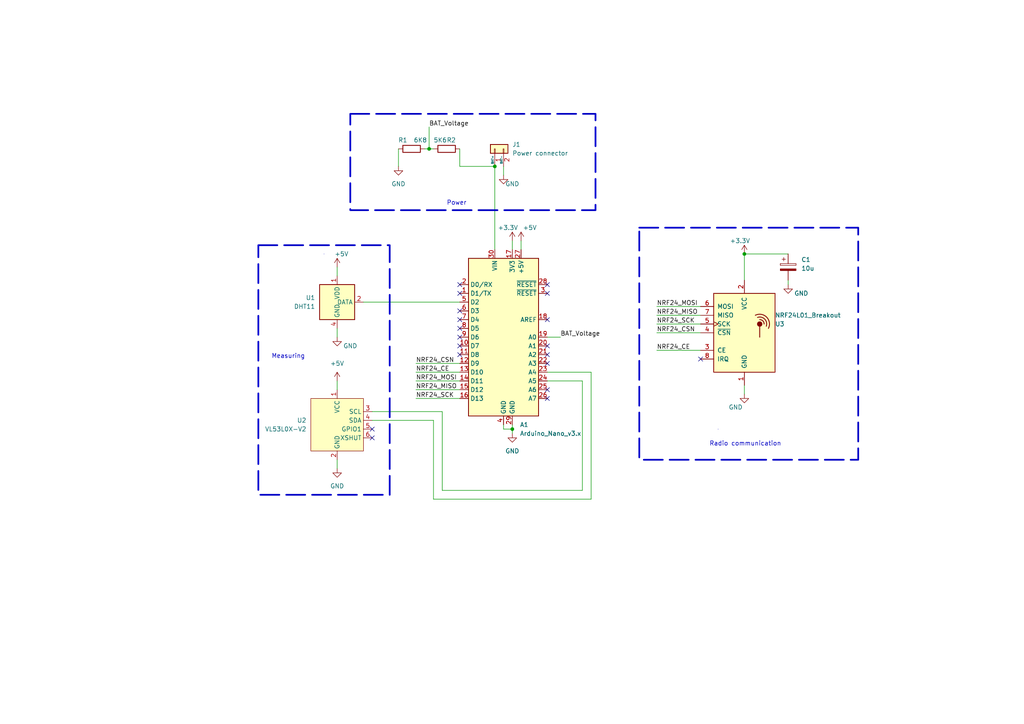
<source format=kicad_sch>
(kicad_sch (version 20230121) (generator eeschema)
  (paper "A4")
  (title_block (title "OutsideModule_Schematic") (date "2024-01-21") (rev "1"))
  (lib_symbols
    (symbol "Connector_Generic:Conn_01x02" (pin_names (offset 0))
      (property "Reference" "J1" (at 1.27 -5.08 90))
      (property "Value" "Power connector" (at -1.27 -5.08 90))
      (symbol "Conn_01x02_1_1"
        (rectangle (start -1.27 -2.413) (end 0 -2.667) (stroke (width 0.1524)))
        (rectangle (start -1.27 0.127) (end 0 -0.127) (stroke (width 0.1524)))
        (rectangle (start -1.27 1.27) (end 1.27 -3.81) (stroke (width 0.254)) (fill (type background)))
        (pin power_out line (at -5.08 0 0) (length 3.81) (name "BAT+") (number "1"))
        (pin power_out line (at -5.08 -2.54 0) (length 3.81) (name "BAT-") (number "2"))
      )
    )
    (symbol "CustomSensors:VL53L0X-V2"
      (property "Reference" "U?" (at -5.08 0 0))
      (property "Value" "VL53L0X-V2" (at -13.97 0 0))
      (symbol "VL53L0X-V2_1_1"
        (rectangle (start -7.62 7.62) (end 7.62 -7.62) (fill (type background)))
        (pin power_in line (at 0 10.16 270) (length 2.54) (name "VCC") (number "1"))
        (pin power_in line (at 0 -10.16 90) (length 2.54) (name "GND") (number "2"))
        (pin bidirectional line (at 10.16 3.81 180) (length 2.54) (name "SCL") (number "3"))
        (pin bidirectional line (at 10.16 1.27 180) (length 2.54) (name "SDA") (number "4"))
        (pin bidirectional line (at 10.16 -1.27 180) (length 2.54) (name "GPIO1") (number "5"))
        (pin bidirectional line (at 10.16 -3.81 180) (length 2.54) (name "XSHUT") (number "6"))
      )
    )
    (symbol "Device:C_Polarized" (pin_numbers hide) (pin_names (offset 0.254))
      (property "Reference" "C" (at 0.635 2.54 0))
      (property "Value" "C_Polarized" (at 0.635 -2.54 0))
      (symbol "C_Polarized_0_1"
        (rectangle (start -2.286 0.508) (end 2.286 1.016))
        (polyline (pts (xy -1.778 2.286) (xy -0.762 2.286)))
        (polyline (pts (xy -1.27 2.794) (xy -1.27 1.778)))
        (rectangle (start 2.286 -0.508) (end -2.286 -1.016) (fill (type outline)))
      )
      (symbol "C_Polarized_1_1"
        (pin passive line (at 0 3.81 270) (length 2.794) (name "~") (number "1"))
        (pin passive line (at 0 -3.81 90) (length 2.794) (name "~") (number "2"))
      )
    )
    (symbol "Device:R" (pin_numbers hide) (pin_names (offset 0))
      (property "Reference" "R" (at 2.032 0 90))
      (property "Value" "R" (at 0 0 90))
      (symbol "R_0_1"
        (rectangle (start -1.016 -2.54) (end 1.016 2.54) (stroke (width 0.254)))
      )
      (symbol "R_1_1"
        (pin passive line (at 0 3.81 270) (length 1.27) (name "~") (number "1"))
        (pin passive line (at 0 -3.81 90) (length 1.27) (name "~") (number "2"))
      )
    )
    (symbol "MCU_Module:Arduino_Nano_v3.x"
      (property "Reference" "A" (at -10.16 23.495 0))
      (property "Value" "Arduino_Nano_v3.x" (at 5.08 -24.13 0))
      (symbol "Arduino_Nano_v3.x_0_1"
        (rectangle (start -10.16 22.86) (end 10.16 -22.86) (stroke (width 0.254)) (fill (type background)))
      )
      (symbol "Arduino_Nano_v3.x_1_1"
        (pin bidirectional line (at -12.7 12.7 0) (length 2.54) (name "D1/TX") (number "1"))
        (pin bidirectional line (at -12.7 -2.54 0) (length 2.54) (name "D7") (number "10"))
        (pin bidirectional line (at -12.7 -5.08 0) (length 2.54) (name "D8") (number "11"))
        (pin bidirectional line (at -12.7 -7.62 0) (length 2.54) (name "D9") (number "12"))
        (pin bidirectional line (at -12.7 -10.16 0) (length 2.54) (name "D10") (number "13"))
        (pin bidirectional line (at -12.7 -12.7 0) (length 2.54) (name "D11") (number "14"))
        (pin bidirectional line (at -12.7 -15.24 0) (length 2.54) (name "D12") (number "15"))
        (pin bidirectional line (at -12.7 -17.78 0) (length 2.54) (name "D13") (number "16"))
        (pin power_out line (at 2.54 25.4 270) (length 2.54) (name "3V3") (number "17"))
        (pin input line (at 12.7 5.08 180) (length 2.54) (name "AREF") (number "18"))
        (pin bidirectional line (at 12.7 0 180) (length 2.54) (name "A0") (number "19"))
        (pin bidirectional line (at -12.7 15.24 0) (length 2.54) (name "D0/RX") (number "2"))
        (pin bidirectional line (at 12.7 -2.54 180) (length 2.54) (name "A1") (number "20"))
        (pin bidirectional line (at 12.7 -5.08 180) (length 2.54) (name "A2") (number "21"))
        (pin bidirectional line (at 12.7 -7.62 180) (length 2.54) (name "A3") (number "22"))
        (pin bidirectional line (at 12.7 -10.16 180) (length 2.54) (name "A4") (number "23"))
        (pin bidirectional line (at 12.7 -12.7 180) (length 2.54) (name "A5") (number "24"))
        (pin bidirectional line (at 12.7 -15.24 180) (length 2.54) (name "A6") (number "25"))
        (pin bidirectional line (at 12.7 -17.78 180) (length 2.54) (name "A7") (number "26"))
        (pin power_out line (at 5.08 25.4 270) (length 2.54) (name "+5V") (number "27"))
        (pin input line (at 12.7 15.24 180) (length 2.54) (name "~{RESET}") (number "28"))
        (pin power_in line (at 2.54 -25.4 90) (length 2.54) (name "GND") (number "29"))
        (pin input line (at 12.7 12.7 180) (length 2.54) (name "~{RESET}") (number "3"))
        (pin power_in line (at -2.54 25.4 270) (length 2.54) (name "VIN") (number "30"))
        (pin power_in line (at 0 -25.4 90) (length 2.54) (name "GND") (number "4"))
        (pin bidirectional line (at -12.7 10.16 0) (length 2.54) (name "D2") (number "5"))
        (pin bidirectional line (at -12.7 7.62 0) (length 2.54) (name "D3") (number "6"))
        (pin bidirectional line (at -12.7 5.08 0) (length 2.54) (name "D4") (number "7"))
        (pin bidirectional line (at -12.7 2.54 0) (length 2.54) (name "D5") (number "8"))
        (pin bidirectional line (at -12.7 0 0) (length 2.54) (name "D6") (number "9"))
      )
    )
    (symbol "RF:NRF24L01_Breakout" (pin_names (offset 1.016))
      (property "Reference" "U" (at -8.89 12.7 0))
      (property "Value" "NRF24L01_Breakout" (at 3.81 12.7 0))
      (symbol "NRF24L01_Breakout_0_1"
        (rectangle (start -8.89 11.43) (end 8.89 -11.43) (stroke (width 0.254)) (fill (type background)))
        (polyline (pts (xy 4.445 1.905) (xy 4.445 -1.27)) (stroke (width 0.254)))
        (circle (center 4.445 2.54) (radius 0.635) (stroke (width 0.254)) (fill (type outline)))
        (arc (start 5.715 2.54) (mid 5.3521 3.4546) (end 4.445 3.81) (stroke (width 0.254)))
        (arc (start 6.35 1.905) (mid 5.8763 3.9854) (end 3.81 4.445) (stroke (width 0.254)))
        (arc (start 6.985 1.27) (mid 6.453 4.548) (end 3.175 5.08) (stroke (width 0.254)))
      )
      (symbol "NRF24L01_Breakout_1_1"
        (pin power_in line (at 0 -15.24 90) (length 3.81) (name "GND") (number "1"))
        (pin power_in line (at 0 15.24 270) (length 3.81) (name "VCC") (number "2"))
        (pin input line (at -12.7 -5.08 0) (length 3.81) (name "CE") (number "3"))
        (pin input line (at -12.7 0 0) (length 3.81) (name "~{CSN}") (number "4"))
        (pin input clock (at -12.7 2.54 0) (length 3.81) (name "SCK") (number "5"))
        (pin input line (at -12.7 7.62 0) (length 3.81) (name "MOSI") (number "6"))
        (pin output line (at -12.7 5.08 0) (length 3.81) (name "MISO") (number "7"))
        (pin output line (at -12.7 -7.62 0) (length 3.81) (name "IRQ") (number "8"))
      )
    )
    (symbol "Sensor:DHT11"
      (property "Reference" "U" (at -3.81 6.35 0))
      (property "Value" "DHT11" (at 3.81 6.35 0))
      (symbol "DHT11_0_1"
        (rectangle (start -5.08 5.08) (end 5.08 -5.08) (stroke (width 0.254)) (fill (type background)))
      )
      (symbol "DHT11_1_1"
        (pin power_in line (at 0 7.62 270) (length 2.54) (name "VDD") (number "1"))
        (pin bidirectional line (at 7.62 0 180) (length 2.54) (name "DATA") (number "2"))
        (pin no_connect line (at -5.08 0 0) (length 2.54) hide (name "NC") (number "3"))
        (pin power_in line (at 0 -7.62 90) (length 2.54) (name "GND") (number "4"))
      )
    )
    (symbol "power:+3.3V" (power) (pin_names (offset 0))
      (property "Value" "+3.3V" (at 0 3.556 0))
      (symbol "+3.3V_0_1"
        (polyline (pts (xy -0.762 1.27) (xy 0 2.54)))
        (polyline (pts (xy 0 0) (xy 0 2.54)))
        (polyline (pts (xy 0 2.54) (xy 0.762 1.27)))
      )
      (symbol "+3.3V_1_1"
        (pin power_in line (at 0 0 90) (length 0) hide (name "+3.3V") (number "1"))
      )
    )
    (symbol "power:+5V" (power) (pin_names (offset 0))
      (property "Value" "+5V" (at 0 3.556 0))
      (symbol "+5V_0_1"
        (polyline (pts (xy -0.762 1.27) (xy 0 2.54)))
        (polyline (pts (xy 0 0) (xy 0 2.54)))
        (polyline (pts (xy 0 2.54) (xy 0.762 1.27)))
      )
      (symbol "+5V_1_1"
        (pin power_in line (at 0 0 90) (length 0) hide (name "+5V") (number "1"))
      )
    )
    (symbol "power:GND" (power) (pin_names (offset 0))
      (property "Value" "GND" (at 0 -3.81 0))
      (symbol "GND_0_1"
        (polyline (pts (xy 0 0) (xy 0 -1.27) (xy 1.27 -1.27) (xy 0 -2.54) (xy -1.27 -1.27) (xy 0 -1.27)))
      )
      (symbol "GND_1_1"
        (pin power_in line (at 0 0 270) (length 0) hide (name "GND") (number "1"))
      )
    )
  )
  (junction (at 215.9 73.66))
  (junction (at 124.46 43.18))
  (junction (at 143.51 48.26))
  (junction (at 148.59 124.46))
  (no_connect (at 107.95 124.46))
  (no_connect (at 107.95 127))
  (no_connect (at 133.35 90.17))
  (no_connect (at 133.35 100.33))
  (no_connect (at 133.35 85.09))
  (no_connect (at 158.75 102.87))
  (no_connect (at 158.75 105.41))
  (no_connect (at 158.75 82.55))
  (no_connect (at 158.75 115.57))
  (no_connect (at 158.75 92.71))
  (no_connect (at 133.35 82.55))
  (no_connect (at 158.75 100.33))
  (no_connect (at 158.75 113.03))
  (no_connect (at 133.35 95.25))
  (no_connect (at 203.2 104.14))
  (no_connect (at 158.75 85.09))
  (no_connect (at 133.35 97.79))
  (no_connect (at 133.35 102.87))
  (no_connect (at 133.35 92.71))
  (wire (pts (xy 190.5 88.9) (xy 203.2 88.9)))
  (wire (pts (xy 171.45 107.95) (xy 158.75 107.95)))
  (wire (pts (xy 215.9 111.76) (xy 215.9 114.3)))
  (wire (pts (xy 128.27 142.24) (xy 168.91 142.24)))
  (wire (pts (xy 146.05 50.8) (xy 146.05 48.26)))
  (wire (pts (xy 125.73 144.78) (xy 171.45 144.78)))
  (wire (pts (xy 190.5 101.6) (xy 203.2 101.6)))
  (wire (pts (xy 97.79 77.47) (xy 97.79 80.01)))
  (wire (pts (xy 120.65 115.57) (xy 133.35 115.57)))
  (wire (pts (xy 120.65 107.95) (xy 133.35 107.95)))
  (wire (pts (xy 133.35 48.26) (xy 133.35 43.18)))
  (wire (pts (xy 107.95 119.38) (xy 128.27 119.38)))
  (wire (pts (xy 107.95 121.92) (xy 125.73 121.92)))
  (wire (pts (xy 228.6 82.55) (xy 228.6 81.28)))
  (wire (pts (xy 190.5 93.98) (xy 203.2 93.98)))
  (wire (pts (xy 143.51 48.26) (xy 143.51 72.39)))
  (wire (pts (xy 190.5 96.52) (xy 203.2 96.52)))
  (wire (pts (xy 115.57 43.18) (xy 115.57 48.26)))
  (wire (pts (xy 120.65 113.03) (xy 133.35 113.03)))
  (wire (pts (xy 105.41 87.63) (xy 133.35 87.63)))
  (wire (pts (xy 120.65 110.49) (xy 133.35 110.49)))
  (wire (pts (xy 97.79 110.49) (xy 97.79 113.03)))
  (wire (pts (xy 168.91 110.49) (xy 158.75 110.49)))
  (wire (pts (xy 215.9 73.66) (xy 228.6 73.66)))
  (wire (pts (xy 97.79 135.89) (xy 97.79 133.35)))
  (wire (pts (xy 146.05 123.19) (xy 146.05 124.46)))
  (wire (pts (xy 171.45 144.78) (xy 171.45 107.95)))
  (wire (pts (xy 120.65 105.41) (xy 133.35 105.41)))
  (wire (pts (xy 148.59 124.46) (xy 148.59 125.73)))
  (wire (pts (xy 190.5 91.44) (xy 203.2 91.44)))
  (wire (pts (xy 124.46 43.18) (xy 125.73 43.18)))
  (wire (pts (xy 215.9 73.66) (xy 215.9 81.28)))
  (wire (pts (xy 148.59 123.19) (xy 148.59 124.46)))
  (wire (pts (xy 124.46 36.83) (xy 124.46 43.18)))
  (wire (pts (xy 158.75 97.79) (xy 162.56 97.79)))
  (wire (pts (xy 97.79 97.79) (xy 97.79 95.25)))
  (wire (pts (xy 168.91 142.24) (xy 168.91 110.49)))
  (wire (pts (xy 143.51 48.26) (xy 133.35 48.26)))
  (wire (pts (xy 128.27 119.38) (xy 128.27 142.24)))
  (wire (pts (xy 148.59 124.46) (xy 146.05 124.46)))
  (wire (pts (xy 123.19 43.18) (xy 124.46 43.18)))
  (wire (pts (xy 151.13 69.85) (xy 151.13 72.39)))
  (wire (pts (xy 125.73 121.92) (xy 125.73 144.78)))
  (wire (pts (xy 148.59 69.85) (xy 148.59 72.39)))
  (rectangle (start 101.6 33.02) (end 172.72 60.96) (stroke (width 0.5) (type dash)))
  (rectangle (start 93.98 73.66) (end 93.98 73.66))
  (rectangle (start 208.28 124.46) (end 208.28 124.46))
  (rectangle (start 74.93 71.12) (end 113.03 143.51) (stroke (width 0.5) (type dash)))
  (rectangle (start 185.42 66.04) (end 248.92 133.35) (stroke (width 0.5) (type dash)))
  (text "Radio communication" (at 205.74 129.54 0) (effects (font (size 1.27 1.27)) (justify left bottom)))
  (text "Measuring" (at 78.74 104.14 0) (effects (font (size 1.27 1.27)) (justify left bottom)))
  (text "Power\n" (at 129.54 59.69 0) (effects (font (size 1.27 1.27)) (justify left bottom)))
  (label "NRF24_CE" (at 190.5 101.6 0))
  (label "NRF24_SCK" (at 120.65 115.57 0))
  (label "NRF24_MISO" (at 120.65 113.03 0))
  (label "BAT_Voltage" (at 162.56 97.79 0))
  (label "BAT_Voltage" (at 124.46 36.83 0))
  (label "NRF24_CE" (at 120.65 107.95 0))
  (label "NRF24_CSN" (at 190.5 96.52 0))
  (label "NRF24_MOSI" (at 120.65 110.49 0))
  (label "NRF24_MISO" (at 190.5 91.44 0))
  (label "NRF24_MOSI" (at 190.5 88.9 0))
  (label "NRF24_SCK" (at 190.5 93.98 0))
  (label "NRF24_CSN" (at 120.65 105.41 0))
  (symbol (lib_id "Connector_Generic:Conn_01x02") (at 143.51 43.18 90) (unit 1)
    (property "Reference" "J1" (at 148.59 41.91 90) (effects (justify right)))
    (property "Value" "Power connector" (at 148.59 44.45 90) (effects (justify right)))
  )
  (symbol (lib_id "Device:C_Polarized") (at 228.6 77.47 0) (unit 1)
    (property "Reference" "C1" (at 232.41 75.311 0) (effects (justify left)))
    (property "Value" "10u" (at 232.41 77.851 0) (effects (justify left)))
  )
  (symbol (lib_id "CustomSensors:VL53L0X-V2") (at 97.79 123.19 0) (unit 1)
    (property "Reference" "U2" (at 88.9 121.92 0) (effects (justify right)))
    (property "Value" "VL53L0X-V2" (at 88.9 124.46 0) (effects (justify right)))
  )
  (symbol (lib_id "power:GND") (at 115.57 48.26 0) (unit 1)
    (property "Reference" "#PWR05" (effects hide))
    (property "Value" "GND" (at 115.57 53.34 0))
  )
  (symbol (lib_id "power:GND") (at 228.6 82.55 0) (unit 1)
    (property "Reference" "#PWR07" (effects hide))
    (property "Value" "GND" (at 232.41 85.09 0))
  )
  (symbol (lib_id "MCU_Module:Arduino_Nano_v3.x") (at 146.05 97.79 0) (unit 1)
    (property "Reference" "A1" (at 150.7841 123.19 0) (effects (justify left)))
    (property "Value" "Arduino_Nano_v3.x" (at 150.7841 125.73 0) (effects (justify left)))
    (property "Footprint" "Module:Arduino_Nano" (effects hide))
    (property "Datasheet" "http://www.mouser.com/pdfdocs/Gravitech_Arduino_Nano3_0.pdf" (effects hide))
  )
  (symbol (lib_id "power:GND") (at 97.79 97.79 0) (unit 1)
    (property "Reference" "#PWR02" (effects hide))
    (property "Value" "GND" (at 101.6 100.33 0))
  )
  (symbol (lib_id "Device:R") (at 119.38 43.18 270) (unit 1)
    (property "Reference" "R1" (at 116.84 40.64 90))
    (property "Value" "6K8" (at 121.92 40.64 90))
  )
  (symbol (lib_id "power:GND") (at 215.9 114.3 0) (unit 1)
    (property "Reference" "#PWR012" (effects hide))
    (property "Value" "GND" (at 213.36 118.11 0))
  )
  (symbol (lib_id "power:+5V") (at 97.79 77.47 0) (unit 1)
    (property "Reference" "#PWR01" (effects hide))
    (property "Value" "+5V" (at 99.06 73.66 0))
  )
  (symbol (lib_id "Device:R") (at 129.54 43.18 270) (unit 1)
    (property "Reference" "R2" (at 129.54 40.64 90) (effects (justify left)))
    (property "Value" "5K6" (at 125.73 40.64 90) (effects (justify left)))
  )
  (symbol (lib_id "power:GND") (at 97.79 135.89 0) (unit 1)
    (property "Reference" "#PWR04" (effects hide))
    (property "Value" "GND" (at 97.79 140.97 0))
  )
  (symbol (lib_id "power:+3.3V") (at 148.59 69.85 0) (unit 1)
    (property "Reference" "#PWR08" (effects hide))
    (property "Value" "+3.3V" (at 147.32 66.04 0))
  )
  (symbol (lib_id "power:+5V") (at 97.79 110.49 0) (unit 1)
    (property "Reference" "#PWR03" (effects hide))
    (property "Value" "+5V" (at 97.79 105.41 0))
  )
  (symbol (lib_id "power:+5V") (at 151.13 69.85 0) (unit 1)
    (property "Reference" "#PWR010" (effects hide))
    (property "Value" "+5V" (at 153.67 66.04 0))
  )
  (symbol (lib_id "power:GND") (at 146.05 50.8 0) (unit 1)
    (property "Reference" "#PWR06" (effects hide))
    (property "Value" "GND" (at 148.59 53.34 0))
  )
  (symbol (lib_id "power:+3.3V") (at 215.9 73.66 0) (unit 1)
    (property "Reference" "#PWR011" (effects hide))
    (property "Value" "+3.3V" (at 214.63 69.85 0))
  )
  (symbol (lib_id "Sensor:DHT11") (at 97.79 87.63 0) (unit 1)
    (property "Reference" "U1" (at 91.44 86.36 0) (effects (justify right)))
    (property "Value" "DHT11" (at 91.44 88.9 0) (effects (justify right)))
    (property "Footprint" "Sensor:Aosong_DHT11_5.5x12.0_P2.54mm" (effects hide))
    (property "Datasheet" "http://akizukidenshi.com/download/ds/aosong/DHT11.pdf" (effects hide))
  )
  (symbol (lib_id "RF:NRF24L01_Breakout") (at 215.9 96.52 0) (unit 1)
    (property "Reference" "U3" (at 224.79 93.98 0) (effects (justify left)))
    (property "Value" "NRF24L01_Breakout" (at 224.79 91.44 0) (effects (justify left)))
    (property "Footprint" "RF_Module:nRF24L01_Breakout" (effects hide))
    (property "Datasheet" "http://www.nordicsemi.com/eng/content/download/2730/34105/file/nRF24L01_Product_Specification_v2_0.pdf" (effects hide))
  )
  (symbol (lib_id "power:GND") (at 148.59 125.73 0) (unit 1)
    (property "Reference" "#PWR09" (effects hide))
    (property "Value" "GND" (at 148.59 130.81 0))
  )
)
</source>
